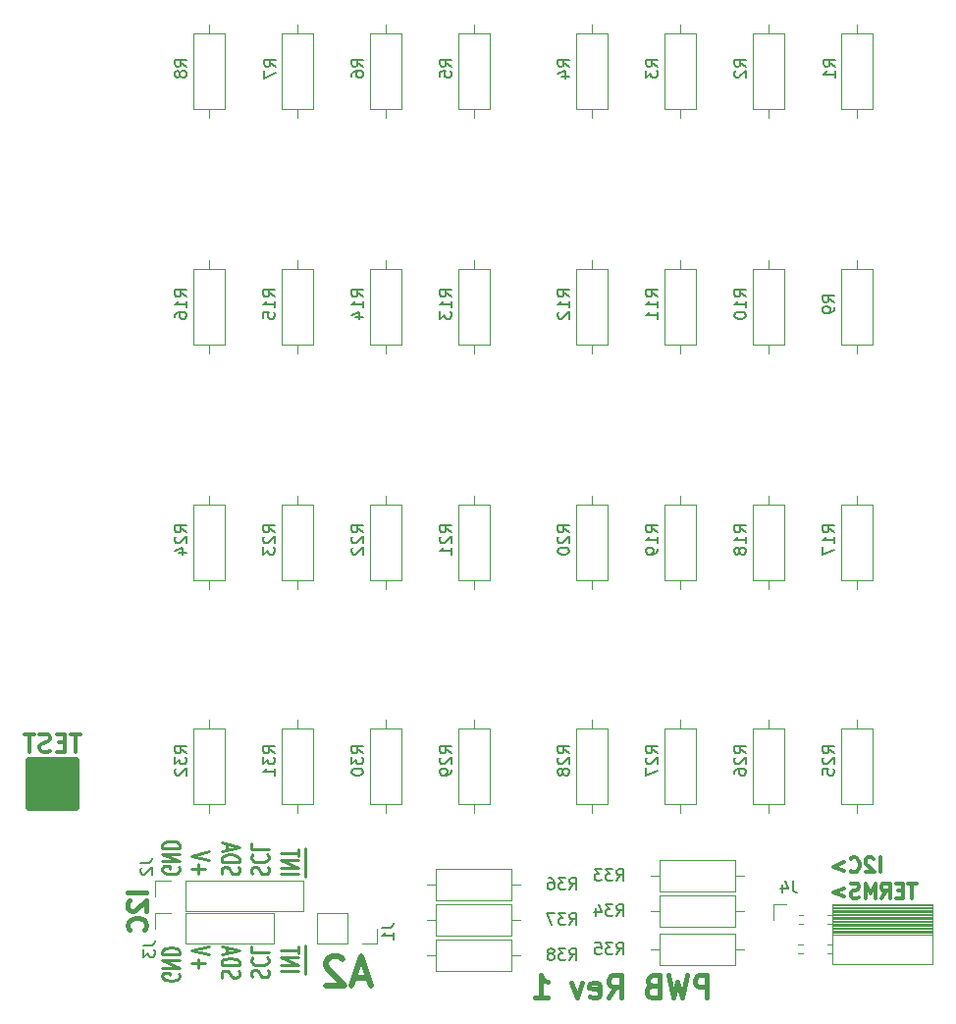
<source format=gbo>
G04 #@! TF.GenerationSoftware,KiCad,Pcbnew,(5.1.5)-3*
G04 #@! TF.CreationDate,2021-06-20T10:01:23-04:00*
G04 #@! TF.ProjectId,FrontPanel02,46726f6e-7450-4616-9e65-6c30322e6b69,X1*
G04 #@! TF.SameCoordinates,Original*
G04 #@! TF.FileFunction,Legend,Bot*
G04 #@! TF.FilePolarity,Positive*
%FSLAX46Y46*%
G04 Gerber Fmt 4.6, Leading zero omitted, Abs format (unit mm)*
G04 Created by KiCad (PCBNEW (5.1.5)-3) date 2021-06-20 10:01:23*
%MOMM*%
%LPD*%
G04 APERTURE LIST*
%ADD10C,0.266700*%
%ADD11C,0.317500*%
%ADD12C,0.508000*%
%ADD13C,0.381000*%
%ADD14C,0.396875*%
%ADD15C,0.120000*%
%ADD16C,0.650000*%
%ADD17C,0.150000*%
%ADD18C,0.304800*%
G04 APERTURE END LIST*
D10*
X38299390Y-93298645D02*
X38299390Y-92790645D01*
X36165971Y-93044645D02*
X37689971Y-93044645D01*
X38299390Y-92790645D02*
X38299390Y-91673045D01*
X36165971Y-92536645D02*
X37689971Y-92536645D01*
X36165971Y-91927045D01*
X37689971Y-91927045D01*
X38299390Y-91673045D02*
X38299390Y-90860245D01*
X37689971Y-91571445D02*
X37689971Y-90961845D01*
X36165971Y-91266645D02*
X37689971Y-91266645D01*
X33685842Y-93095445D02*
X33613271Y-92943045D01*
X33613271Y-92689045D01*
X33685842Y-92587445D01*
X33758414Y-92536645D01*
X33903557Y-92485845D01*
X34048700Y-92485845D01*
X34193842Y-92536645D01*
X34266414Y-92587445D01*
X34338985Y-92689045D01*
X34411557Y-92892245D01*
X34484128Y-92993845D01*
X34556700Y-93044645D01*
X34701842Y-93095445D01*
X34846985Y-93095445D01*
X34992128Y-93044645D01*
X35064700Y-92993845D01*
X35137271Y-92892245D01*
X35137271Y-92638245D01*
X35064700Y-92485845D01*
X33758414Y-91419045D02*
X33685842Y-91469845D01*
X33613271Y-91622245D01*
X33613271Y-91723845D01*
X33685842Y-91876245D01*
X33830985Y-91977845D01*
X33976128Y-92028645D01*
X34266414Y-92079445D01*
X34484128Y-92079445D01*
X34774414Y-92028645D01*
X34919557Y-91977845D01*
X35064700Y-91876245D01*
X35137271Y-91723845D01*
X35137271Y-91622245D01*
X35064700Y-91469845D01*
X34992128Y-91419045D01*
X33613271Y-90453845D02*
X33613271Y-90961845D01*
X35137271Y-90961845D01*
X31133142Y-93095445D02*
X31060571Y-92943045D01*
X31060571Y-92689045D01*
X31133142Y-92587445D01*
X31205714Y-92536645D01*
X31350857Y-92485845D01*
X31496000Y-92485845D01*
X31641142Y-92536645D01*
X31713714Y-92587445D01*
X31786285Y-92689045D01*
X31858857Y-92892245D01*
X31931428Y-92993845D01*
X32004000Y-93044645D01*
X32149142Y-93095445D01*
X32294285Y-93095445D01*
X32439428Y-93044645D01*
X32512000Y-92993845D01*
X32584571Y-92892245D01*
X32584571Y-92638245D01*
X32512000Y-92485845D01*
X31060571Y-92028645D02*
X32584571Y-92028645D01*
X32584571Y-91774645D01*
X32512000Y-91622245D01*
X32366857Y-91520645D01*
X32221714Y-91469845D01*
X31931428Y-91419045D01*
X31713714Y-91419045D01*
X31423428Y-91469845D01*
X31278285Y-91520645D01*
X31133142Y-91622245D01*
X31060571Y-91774645D01*
X31060571Y-92028645D01*
X31496000Y-91012645D02*
X31496000Y-90504645D01*
X31060571Y-91114245D02*
X32584571Y-90758645D01*
X31060571Y-90403045D01*
X29088442Y-93044645D02*
X29088442Y-92231845D01*
X28507871Y-92638245D02*
X29669014Y-92638245D01*
X30031871Y-91876245D02*
X28507871Y-91520645D01*
X30031871Y-91165045D01*
X27406600Y-92485845D02*
X27479171Y-92587445D01*
X27479171Y-92739845D01*
X27406600Y-92892245D01*
X27261457Y-92993845D01*
X27116314Y-93044645D01*
X26826028Y-93095445D01*
X26608314Y-93095445D01*
X26318028Y-93044645D01*
X26172885Y-92993845D01*
X26027742Y-92892245D01*
X25955171Y-92739845D01*
X25955171Y-92638245D01*
X26027742Y-92485845D01*
X26100314Y-92435045D01*
X26608314Y-92435045D01*
X26608314Y-92638245D01*
X25955171Y-91977845D02*
X27479171Y-91977845D01*
X25955171Y-91368245D01*
X27479171Y-91368245D01*
X25955171Y-90860245D02*
X27479171Y-90860245D01*
X27479171Y-90606245D01*
X27406600Y-90453845D01*
X27261457Y-90352245D01*
X27116314Y-90301445D01*
X26826028Y-90250645D01*
X26608314Y-90250645D01*
X26318028Y-90301445D01*
X26172885Y-90352245D01*
X26027742Y-90453845D01*
X25955171Y-90606245D01*
X25955171Y-90860245D01*
D11*
X87872660Y-92935273D02*
X87872660Y-91665273D01*
X87328375Y-91786226D02*
X87267898Y-91725750D01*
X87146946Y-91665273D01*
X86844565Y-91665273D01*
X86723613Y-91725750D01*
X86663136Y-91786226D01*
X86602660Y-91907178D01*
X86602660Y-92028130D01*
X86663136Y-92209559D01*
X87388851Y-92935273D01*
X86602660Y-92935273D01*
X85332660Y-92814321D02*
X85393136Y-92874797D01*
X85574565Y-92935273D01*
X85695517Y-92935273D01*
X85876946Y-92874797D01*
X85997898Y-92753845D01*
X86058375Y-92632892D01*
X86118851Y-92390988D01*
X86118851Y-92209559D01*
X86058375Y-91967654D01*
X85997898Y-91846702D01*
X85876946Y-91725750D01*
X85695517Y-91665273D01*
X85574565Y-91665273D01*
X85393136Y-91725750D01*
X85332660Y-91786226D01*
X84788375Y-92088607D02*
X83820755Y-92451464D01*
X84788375Y-92814321D01*
X91017422Y-93887773D02*
X90291708Y-93887773D01*
X90654565Y-95157773D02*
X90654565Y-93887773D01*
X89868375Y-94492535D02*
X89445041Y-94492535D01*
X89263613Y-95157773D02*
X89868375Y-95157773D01*
X89868375Y-93887773D01*
X89263613Y-93887773D01*
X87993613Y-95157773D02*
X88416946Y-94553011D01*
X88719327Y-95157773D02*
X88719327Y-93887773D01*
X88235517Y-93887773D01*
X88114565Y-93948250D01*
X88054089Y-94008726D01*
X87993613Y-94129678D01*
X87993613Y-94311107D01*
X88054089Y-94432059D01*
X88114565Y-94492535D01*
X88235517Y-94553011D01*
X88719327Y-94553011D01*
X87449327Y-95157773D02*
X87449327Y-93887773D01*
X87025994Y-94794916D01*
X86602660Y-93887773D01*
X86602660Y-95157773D01*
X86058375Y-95097297D02*
X85876946Y-95157773D01*
X85574565Y-95157773D01*
X85453613Y-95097297D01*
X85393136Y-95036821D01*
X85332660Y-94915869D01*
X85332660Y-94794916D01*
X85393136Y-94673964D01*
X85453613Y-94613488D01*
X85574565Y-94553011D01*
X85816470Y-94492535D01*
X85937422Y-94432059D01*
X85997898Y-94371583D01*
X86058375Y-94250630D01*
X86058375Y-94129678D01*
X85997898Y-94008726D01*
X85937422Y-93948250D01*
X85816470Y-93887773D01*
X85514089Y-93887773D01*
X85332660Y-93948250D01*
X84788375Y-94311107D02*
X83820755Y-94673964D01*
X84788375Y-95036821D01*
D12*
X43724285Y-102023333D02*
X42514761Y-102023333D01*
X43966190Y-102749047D02*
X43119523Y-100209047D01*
X42272857Y-102749047D01*
X41547142Y-100450952D02*
X41426190Y-100330000D01*
X41184285Y-100209047D01*
X40579523Y-100209047D01*
X40337619Y-100330000D01*
X40216666Y-100450952D01*
X40095714Y-100692857D01*
X40095714Y-100934761D01*
X40216666Y-101297619D01*
X41668095Y-102749047D01*
X40095714Y-102749047D01*
D13*
X72958778Y-103731785D02*
X72958778Y-101826785D01*
X72233064Y-101826785D01*
X72051635Y-101917500D01*
X71960921Y-102008214D01*
X71870207Y-102189642D01*
X71870207Y-102461785D01*
X71960921Y-102643214D01*
X72051635Y-102733928D01*
X72233064Y-102824642D01*
X72958778Y-102824642D01*
X71235207Y-101826785D02*
X70781635Y-103731785D01*
X70418778Y-102371071D01*
X70055921Y-103731785D01*
X69602350Y-101826785D01*
X68241635Y-102733928D02*
X67969492Y-102824642D01*
X67878778Y-102915357D01*
X67788064Y-103096785D01*
X67788064Y-103368928D01*
X67878778Y-103550357D01*
X67969492Y-103641071D01*
X68150921Y-103731785D01*
X68876635Y-103731785D01*
X68876635Y-101826785D01*
X68241635Y-101826785D01*
X68060207Y-101917500D01*
X67969492Y-102008214D01*
X67878778Y-102189642D01*
X67878778Y-102371071D01*
X67969492Y-102552500D01*
X68060207Y-102643214D01*
X68241635Y-102733928D01*
X68876635Y-102733928D01*
X64431635Y-103731785D02*
X65066635Y-102824642D01*
X65520207Y-103731785D02*
X65520207Y-101826785D01*
X64794492Y-101826785D01*
X64613064Y-101917500D01*
X64522350Y-102008214D01*
X64431635Y-102189642D01*
X64431635Y-102461785D01*
X64522350Y-102643214D01*
X64613064Y-102733928D01*
X64794492Y-102824642D01*
X65520207Y-102824642D01*
X62889492Y-103641071D02*
X63070921Y-103731785D01*
X63433778Y-103731785D01*
X63615207Y-103641071D01*
X63705921Y-103459642D01*
X63705921Y-102733928D01*
X63615207Y-102552500D01*
X63433778Y-102461785D01*
X63070921Y-102461785D01*
X62889492Y-102552500D01*
X62798778Y-102733928D01*
X62798778Y-102915357D01*
X63705921Y-103096785D01*
X62163778Y-102461785D02*
X61710207Y-103731785D01*
X61256635Y-102461785D01*
X58081635Y-103731785D02*
X59170207Y-103731785D01*
X58625921Y-103731785D02*
X58625921Y-101826785D01*
X58807350Y-102098928D01*
X58988778Y-102280357D01*
X59170207Y-102371071D01*
D14*
X24594154Y-94716297D02*
X23006654Y-94716297D01*
X23157845Y-95396654D02*
X23082250Y-95472250D01*
X23006654Y-95623440D01*
X23006654Y-96001416D01*
X23082250Y-96152607D01*
X23157845Y-96228202D01*
X23309035Y-96303797D01*
X23460226Y-96303797D01*
X23687011Y-96228202D01*
X24594154Y-95321059D01*
X24594154Y-96303797D01*
X24442964Y-97891297D02*
X24518559Y-97815702D01*
X24594154Y-97588916D01*
X24594154Y-97437726D01*
X24518559Y-97210940D01*
X24367369Y-97059750D01*
X24216178Y-96984154D01*
X23913797Y-96908559D01*
X23687011Y-96908559D01*
X23384630Y-96984154D01*
X23233440Y-97059750D01*
X23082250Y-97210940D01*
X23006654Y-97437726D01*
X23006654Y-97588916D01*
X23082250Y-97815702D01*
X23157845Y-97891297D01*
D10*
X38299390Y-101671755D02*
X38299390Y-101163755D01*
X36165971Y-101417755D02*
X37689971Y-101417755D01*
X38299390Y-101163755D02*
X38299390Y-100046155D01*
X36165971Y-100909755D02*
X37689971Y-100909755D01*
X36165971Y-100300155D01*
X37689971Y-100300155D01*
X38299390Y-100046155D02*
X38299390Y-99233355D01*
X37689971Y-99944555D02*
X37689971Y-99334955D01*
X36165971Y-99639755D02*
X37689971Y-99639755D01*
X33685842Y-101976555D02*
X33613271Y-101824155D01*
X33613271Y-101570155D01*
X33685842Y-101468555D01*
X33758414Y-101417755D01*
X33903557Y-101366955D01*
X34048700Y-101366955D01*
X34193842Y-101417755D01*
X34266414Y-101468555D01*
X34338985Y-101570155D01*
X34411557Y-101773355D01*
X34484128Y-101874955D01*
X34556700Y-101925755D01*
X34701842Y-101976555D01*
X34846985Y-101976555D01*
X34992128Y-101925755D01*
X35064700Y-101874955D01*
X35137271Y-101773355D01*
X35137271Y-101519355D01*
X35064700Y-101366955D01*
X33758414Y-100300155D02*
X33685842Y-100350955D01*
X33613271Y-100503355D01*
X33613271Y-100604955D01*
X33685842Y-100757355D01*
X33830985Y-100858955D01*
X33976128Y-100909755D01*
X34266414Y-100960555D01*
X34484128Y-100960555D01*
X34774414Y-100909755D01*
X34919557Y-100858955D01*
X35064700Y-100757355D01*
X35137271Y-100604955D01*
X35137271Y-100503355D01*
X35064700Y-100350955D01*
X34992128Y-100300155D01*
X33613271Y-99334955D02*
X33613271Y-99842955D01*
X35137271Y-99842955D01*
X31133142Y-102027355D02*
X31060571Y-101874955D01*
X31060571Y-101620955D01*
X31133142Y-101519355D01*
X31205714Y-101468555D01*
X31350857Y-101417755D01*
X31496000Y-101417755D01*
X31641142Y-101468555D01*
X31713714Y-101519355D01*
X31786285Y-101620955D01*
X31858857Y-101824155D01*
X31931428Y-101925755D01*
X32004000Y-101976555D01*
X32149142Y-102027355D01*
X32294285Y-102027355D01*
X32439428Y-101976555D01*
X32512000Y-101925755D01*
X32584571Y-101824155D01*
X32584571Y-101570155D01*
X32512000Y-101417755D01*
X31060571Y-100960555D02*
X32584571Y-100960555D01*
X32584571Y-100706555D01*
X32512000Y-100554155D01*
X32366857Y-100452555D01*
X32221714Y-100401755D01*
X31931428Y-100350955D01*
X31713714Y-100350955D01*
X31423428Y-100401755D01*
X31278285Y-100452555D01*
X31133142Y-100554155D01*
X31060571Y-100706555D01*
X31060571Y-100960555D01*
X31496000Y-99944555D02*
X31496000Y-99436555D01*
X31060571Y-100046155D02*
X32584571Y-99690555D01*
X31060571Y-99334955D01*
X29088442Y-101214555D02*
X29088442Y-100401755D01*
X28507871Y-100808155D02*
X29669014Y-100808155D01*
X30031871Y-100046155D02*
X28507871Y-99690555D01*
X30031871Y-99334955D01*
X27406600Y-101671755D02*
X27479171Y-101773355D01*
X27479171Y-101925755D01*
X27406600Y-102078155D01*
X27261457Y-102179755D01*
X27116314Y-102230555D01*
X26826028Y-102281355D01*
X26608314Y-102281355D01*
X26318028Y-102230555D01*
X26172885Y-102179755D01*
X26027742Y-102078155D01*
X25955171Y-101925755D01*
X25955171Y-101824155D01*
X26027742Y-101671755D01*
X26100314Y-101620955D01*
X26608314Y-101620955D01*
X26608314Y-101824155D01*
X25955171Y-101163755D02*
X27479171Y-101163755D01*
X25955171Y-100554155D01*
X27479171Y-100554155D01*
X25955171Y-100046155D02*
X27479171Y-100046155D01*
X27479171Y-99792155D01*
X27406600Y-99639755D01*
X27261457Y-99538155D01*
X27116314Y-99487355D01*
X26826028Y-99436555D01*
X26608314Y-99436555D01*
X26318028Y-99487355D01*
X26172885Y-99538155D01*
X26027742Y-99639755D01*
X25955171Y-99792155D01*
X25955171Y-100046155D01*
D15*
X69242000Y-20606000D02*
X71982000Y-20606000D01*
X71982000Y-20606000D02*
X71982000Y-27146000D01*
X71982000Y-27146000D02*
X69242000Y-27146000D01*
X69242000Y-27146000D02*
X69242000Y-20606000D01*
X70612000Y-19836000D02*
X70612000Y-20606000D01*
X70612000Y-27916000D02*
X70612000Y-27146000D01*
X62992000Y-27916000D02*
X62992000Y-27146000D01*
X62992000Y-19836000D02*
X62992000Y-20606000D01*
X61622000Y-27146000D02*
X61622000Y-20606000D01*
X64362000Y-27146000D02*
X61622000Y-27146000D01*
X64362000Y-20606000D02*
X64362000Y-27146000D01*
X61622000Y-20606000D02*
X64362000Y-20606000D01*
X37592000Y-27916000D02*
X37592000Y-27146000D01*
X37592000Y-19836000D02*
X37592000Y-20606000D01*
X36222000Y-27146000D02*
X36222000Y-20606000D01*
X38962000Y-27146000D02*
X36222000Y-27146000D01*
X38962000Y-20606000D02*
X38962000Y-27146000D01*
X36222000Y-20606000D02*
X38962000Y-20606000D01*
X28602000Y-20606000D02*
X31342000Y-20606000D01*
X31342000Y-20606000D02*
X31342000Y-27146000D01*
X31342000Y-27146000D02*
X28602000Y-27146000D01*
X28602000Y-27146000D02*
X28602000Y-20606000D01*
X29972000Y-19836000D02*
X29972000Y-20606000D01*
X29972000Y-27916000D02*
X29972000Y-27146000D01*
X84482000Y-40926000D02*
X87222000Y-40926000D01*
X87222000Y-40926000D02*
X87222000Y-47466000D01*
X87222000Y-47466000D02*
X84482000Y-47466000D01*
X84482000Y-47466000D02*
X84482000Y-40926000D01*
X85852000Y-40156000D02*
X85852000Y-40926000D01*
X85852000Y-48236000D02*
X85852000Y-47466000D01*
X39310000Y-99120000D02*
X39310000Y-96460000D01*
X41910000Y-99120000D02*
X39310000Y-99120000D01*
X41910000Y-96460000D02*
X39310000Y-96460000D01*
X41910000Y-99120000D02*
X41910000Y-96460000D01*
X43180000Y-99120000D02*
X44510000Y-99120000D01*
X44510000Y-99120000D02*
X44510000Y-97790000D01*
X35620000Y-96460000D02*
X35620000Y-99120000D01*
X27940000Y-96460000D02*
X35620000Y-96460000D01*
X27940000Y-99120000D02*
X35620000Y-99120000D01*
X27940000Y-96460000D02*
X27940000Y-99120000D01*
X26670000Y-96460000D02*
X25340000Y-96460000D01*
X25340000Y-96460000D02*
X25340000Y-97790000D01*
X38160000Y-93666000D02*
X38160000Y-96326000D01*
X27940000Y-93666000D02*
X38160000Y-93666000D01*
X27940000Y-96326000D02*
X38160000Y-96326000D01*
X27940000Y-93666000D02*
X27940000Y-96326000D01*
X26670000Y-93666000D02*
X25340000Y-93666000D01*
X25340000Y-93666000D02*
X25340000Y-94996000D01*
D16*
X14510000Y-83344000D02*
X18510000Y-83344000D01*
X18510000Y-83344000D02*
X18510000Y-87344000D01*
X18510000Y-87344000D02*
X14510000Y-87344000D01*
X14510000Y-87344000D02*
X14510000Y-83344000D01*
X14510000Y-83344000D02*
X14510000Y-83844000D01*
X14510000Y-83844000D02*
X18510000Y-83844000D01*
X18510000Y-83844000D02*
X18510000Y-84344000D01*
X18510000Y-84344000D02*
X14510000Y-84344000D01*
X14510000Y-84344000D02*
X14510000Y-84844000D01*
X14510000Y-84844000D02*
X18510000Y-84844000D01*
X18510000Y-84844000D02*
X18510000Y-85344000D01*
X18510000Y-85344000D02*
X14510000Y-85344000D01*
X14510000Y-85344000D02*
X14510000Y-85844000D01*
X14510000Y-85844000D02*
X18010000Y-85844000D01*
X18010000Y-85844000D02*
X18510000Y-85844000D01*
X18510000Y-85844000D02*
X18510000Y-86344000D01*
X18510000Y-86344000D02*
X14510000Y-86344000D01*
X14510000Y-86344000D02*
X14510000Y-86844000D01*
X14510000Y-86844000D02*
X18510000Y-86844000D01*
D15*
X75406000Y-94896000D02*
X75406000Y-97636000D01*
X75406000Y-97636000D02*
X68866000Y-97636000D01*
X68866000Y-97636000D02*
X68866000Y-94896000D01*
X68866000Y-94896000D02*
X75406000Y-94896000D01*
X76176000Y-96266000D02*
X75406000Y-96266000D01*
X68096000Y-96266000D02*
X68866000Y-96266000D01*
X68096000Y-99568000D02*
X68866000Y-99568000D01*
X76176000Y-99568000D02*
X75406000Y-99568000D01*
X68866000Y-98198000D02*
X75406000Y-98198000D01*
X68866000Y-100938000D02*
X68866000Y-98198000D01*
X75406000Y-100938000D02*
X68866000Y-100938000D01*
X75406000Y-98198000D02*
X75406000Y-100938000D01*
X56102000Y-92610000D02*
X56102000Y-95350000D01*
X56102000Y-95350000D02*
X49562000Y-95350000D01*
X49562000Y-95350000D02*
X49562000Y-92610000D01*
X49562000Y-92610000D02*
X56102000Y-92610000D01*
X56872000Y-93980000D02*
X56102000Y-93980000D01*
X48792000Y-93980000D02*
X49562000Y-93980000D01*
X68866000Y-94588000D02*
X68866000Y-91848000D01*
X68866000Y-91848000D02*
X75406000Y-91848000D01*
X75406000Y-91848000D02*
X75406000Y-94588000D01*
X75406000Y-94588000D02*
X68866000Y-94588000D01*
X68096000Y-93218000D02*
X68866000Y-93218000D01*
X76176000Y-93218000D02*
X75406000Y-93218000D01*
X28602000Y-80550000D02*
X31342000Y-80550000D01*
X31342000Y-80550000D02*
X31342000Y-87090000D01*
X31342000Y-87090000D02*
X28602000Y-87090000D01*
X28602000Y-87090000D02*
X28602000Y-80550000D01*
X29972000Y-79780000D02*
X29972000Y-80550000D01*
X29972000Y-87860000D02*
X29972000Y-87090000D01*
X56872000Y-97028000D02*
X56102000Y-97028000D01*
X48792000Y-97028000D02*
X49562000Y-97028000D01*
X56102000Y-98398000D02*
X49562000Y-98398000D01*
X56102000Y-95658000D02*
X56102000Y-98398000D01*
X49562000Y-95658000D02*
X56102000Y-95658000D01*
X49562000Y-98398000D02*
X49562000Y-95658000D01*
X56102000Y-98706000D02*
X56102000Y-101446000D01*
X56102000Y-101446000D02*
X49562000Y-101446000D01*
X49562000Y-101446000D02*
X49562000Y-98706000D01*
X49562000Y-98706000D02*
X56102000Y-98706000D01*
X56872000Y-100076000D02*
X56102000Y-100076000D01*
X48792000Y-100076000D02*
X49562000Y-100076000D01*
X36222000Y-80550000D02*
X38962000Y-80550000D01*
X38962000Y-80550000D02*
X38962000Y-87090000D01*
X38962000Y-87090000D02*
X36222000Y-87090000D01*
X36222000Y-87090000D02*
X36222000Y-80550000D01*
X37592000Y-79780000D02*
X37592000Y-80550000D01*
X37592000Y-87860000D02*
X37592000Y-87090000D01*
X45212000Y-87860000D02*
X45212000Y-87090000D01*
X45212000Y-79780000D02*
X45212000Y-80550000D01*
X43842000Y-87090000D02*
X43842000Y-80550000D01*
X46582000Y-87090000D02*
X43842000Y-87090000D01*
X46582000Y-80550000D02*
X46582000Y-87090000D01*
X43842000Y-80550000D02*
X46582000Y-80550000D01*
X52832000Y-87860000D02*
X52832000Y-87090000D01*
X52832000Y-79780000D02*
X52832000Y-80550000D01*
X51462000Y-87090000D02*
X51462000Y-80550000D01*
X54202000Y-87090000D02*
X51462000Y-87090000D01*
X54202000Y-80550000D02*
X54202000Y-87090000D01*
X51462000Y-80550000D02*
X54202000Y-80550000D01*
X62992000Y-87860000D02*
X62992000Y-87090000D01*
X62992000Y-79780000D02*
X62992000Y-80550000D01*
X61622000Y-87090000D02*
X61622000Y-80550000D01*
X64362000Y-87090000D02*
X61622000Y-87090000D01*
X64362000Y-80550000D02*
X64362000Y-87090000D01*
X61622000Y-80550000D02*
X64362000Y-80550000D01*
X69242000Y-80550000D02*
X71982000Y-80550000D01*
X71982000Y-80550000D02*
X71982000Y-87090000D01*
X71982000Y-87090000D02*
X69242000Y-87090000D01*
X69242000Y-87090000D02*
X69242000Y-80550000D01*
X70612000Y-79780000D02*
X70612000Y-80550000D01*
X70612000Y-87860000D02*
X70612000Y-87090000D01*
X78232000Y-87860000D02*
X78232000Y-87090000D01*
X78232000Y-79780000D02*
X78232000Y-80550000D01*
X76862000Y-87090000D02*
X76862000Y-80550000D01*
X79602000Y-87090000D02*
X76862000Y-87090000D01*
X79602000Y-80550000D02*
X79602000Y-87090000D01*
X76862000Y-80550000D02*
X79602000Y-80550000D01*
X85852000Y-87860000D02*
X85852000Y-87090000D01*
X85852000Y-79780000D02*
X85852000Y-80550000D01*
X84482000Y-87090000D02*
X84482000Y-80550000D01*
X87222000Y-87090000D02*
X84482000Y-87090000D01*
X87222000Y-80550000D02*
X87222000Y-87090000D01*
X84482000Y-80550000D02*
X87222000Y-80550000D01*
X29972000Y-68556000D02*
X29972000Y-67786000D01*
X29972000Y-60476000D02*
X29972000Y-61246000D01*
X28602000Y-67786000D02*
X28602000Y-61246000D01*
X31342000Y-67786000D02*
X28602000Y-67786000D01*
X31342000Y-61246000D02*
X31342000Y-67786000D01*
X28602000Y-61246000D02*
X31342000Y-61246000D01*
X37592000Y-68556000D02*
X37592000Y-67786000D01*
X37592000Y-60476000D02*
X37592000Y-61246000D01*
X36222000Y-67786000D02*
X36222000Y-61246000D01*
X38962000Y-67786000D02*
X36222000Y-67786000D01*
X38962000Y-61246000D02*
X38962000Y-67786000D01*
X36222000Y-61246000D02*
X38962000Y-61246000D01*
X43842000Y-61246000D02*
X46582000Y-61246000D01*
X46582000Y-61246000D02*
X46582000Y-67786000D01*
X46582000Y-67786000D02*
X43842000Y-67786000D01*
X43842000Y-67786000D02*
X43842000Y-61246000D01*
X45212000Y-60476000D02*
X45212000Y-61246000D01*
X45212000Y-68556000D02*
X45212000Y-67786000D01*
X51462000Y-61246000D02*
X54202000Y-61246000D01*
X54202000Y-61246000D02*
X54202000Y-67786000D01*
X54202000Y-67786000D02*
X51462000Y-67786000D01*
X51462000Y-67786000D02*
X51462000Y-61246000D01*
X52832000Y-60476000D02*
X52832000Y-61246000D01*
X52832000Y-68556000D02*
X52832000Y-67786000D01*
X62992000Y-68556000D02*
X62992000Y-67786000D01*
X62992000Y-60476000D02*
X62992000Y-61246000D01*
X61622000Y-67786000D02*
X61622000Y-61246000D01*
X64362000Y-67786000D02*
X61622000Y-67786000D01*
X64362000Y-61246000D02*
X64362000Y-67786000D01*
X61622000Y-61246000D02*
X64362000Y-61246000D01*
X70612000Y-68556000D02*
X70612000Y-67786000D01*
X70612000Y-60476000D02*
X70612000Y-61246000D01*
X69242000Y-67786000D02*
X69242000Y-61246000D01*
X71982000Y-67786000D02*
X69242000Y-67786000D01*
X71982000Y-61246000D02*
X71982000Y-67786000D01*
X69242000Y-61246000D02*
X71982000Y-61246000D01*
X76862000Y-61246000D02*
X79602000Y-61246000D01*
X79602000Y-61246000D02*
X79602000Y-67786000D01*
X79602000Y-67786000D02*
X76862000Y-67786000D01*
X76862000Y-67786000D02*
X76862000Y-61246000D01*
X78232000Y-60476000D02*
X78232000Y-61246000D01*
X78232000Y-68556000D02*
X78232000Y-67786000D01*
X84482000Y-61246000D02*
X87222000Y-61246000D01*
X87222000Y-61246000D02*
X87222000Y-67786000D01*
X87222000Y-67786000D02*
X84482000Y-67786000D01*
X84482000Y-67786000D02*
X84482000Y-61246000D01*
X85852000Y-60476000D02*
X85852000Y-61246000D01*
X85852000Y-68556000D02*
X85852000Y-67786000D01*
X29972000Y-48236000D02*
X29972000Y-47466000D01*
X29972000Y-40156000D02*
X29972000Y-40926000D01*
X28602000Y-47466000D02*
X28602000Y-40926000D01*
X31342000Y-47466000D02*
X28602000Y-47466000D01*
X31342000Y-40926000D02*
X31342000Y-47466000D01*
X28602000Y-40926000D02*
X31342000Y-40926000D01*
X37592000Y-48236000D02*
X37592000Y-47466000D01*
X37592000Y-40156000D02*
X37592000Y-40926000D01*
X36222000Y-47466000D02*
X36222000Y-40926000D01*
X38962000Y-47466000D02*
X36222000Y-47466000D01*
X38962000Y-40926000D02*
X38962000Y-47466000D01*
X36222000Y-40926000D02*
X38962000Y-40926000D01*
X43842000Y-40926000D02*
X46582000Y-40926000D01*
X46582000Y-40926000D02*
X46582000Y-47466000D01*
X46582000Y-47466000D02*
X43842000Y-47466000D01*
X43842000Y-47466000D02*
X43842000Y-40926000D01*
X45212000Y-40156000D02*
X45212000Y-40926000D01*
X45212000Y-48236000D02*
X45212000Y-47466000D01*
X51462000Y-40926000D02*
X54202000Y-40926000D01*
X54202000Y-40926000D02*
X54202000Y-47466000D01*
X54202000Y-47466000D02*
X51462000Y-47466000D01*
X51462000Y-47466000D02*
X51462000Y-40926000D01*
X52832000Y-40156000D02*
X52832000Y-40926000D01*
X52832000Y-48236000D02*
X52832000Y-47466000D01*
X62992000Y-48236000D02*
X62992000Y-47466000D01*
X62992000Y-40156000D02*
X62992000Y-40926000D01*
X61622000Y-47466000D02*
X61622000Y-40926000D01*
X64362000Y-47466000D02*
X61622000Y-47466000D01*
X64362000Y-40926000D02*
X64362000Y-47466000D01*
X61622000Y-40926000D02*
X64362000Y-40926000D01*
X70612000Y-48236000D02*
X70612000Y-47466000D01*
X70612000Y-40156000D02*
X70612000Y-40926000D01*
X69242000Y-47466000D02*
X69242000Y-40926000D01*
X71982000Y-47466000D02*
X69242000Y-47466000D01*
X71982000Y-40926000D02*
X71982000Y-47466000D01*
X69242000Y-40926000D02*
X71982000Y-40926000D01*
X76862000Y-40926000D02*
X79602000Y-40926000D01*
X79602000Y-40926000D02*
X79602000Y-47466000D01*
X79602000Y-47466000D02*
X76862000Y-47466000D01*
X76862000Y-47466000D02*
X76862000Y-40926000D01*
X78232000Y-40156000D02*
X78232000Y-40926000D01*
X78232000Y-48236000D02*
X78232000Y-47466000D01*
X45212000Y-27916000D02*
X45212000Y-27146000D01*
X45212000Y-19836000D02*
X45212000Y-20606000D01*
X43842000Y-27146000D02*
X43842000Y-20606000D01*
X46582000Y-27146000D02*
X43842000Y-27146000D01*
X46582000Y-20606000D02*
X46582000Y-27146000D01*
X43842000Y-20606000D02*
X46582000Y-20606000D01*
X51462000Y-20606000D02*
X54202000Y-20606000D01*
X54202000Y-20606000D02*
X54202000Y-27146000D01*
X54202000Y-27146000D02*
X51462000Y-27146000D01*
X51462000Y-27146000D02*
X51462000Y-20606000D01*
X52832000Y-19836000D02*
X52832000Y-20606000D01*
X52832000Y-27916000D02*
X52832000Y-27146000D01*
X78232000Y-27916000D02*
X78232000Y-27146000D01*
X78232000Y-19836000D02*
X78232000Y-20606000D01*
X76862000Y-27146000D02*
X76862000Y-20606000D01*
X79602000Y-27146000D02*
X76862000Y-27146000D01*
X79602000Y-20606000D02*
X79602000Y-27146000D01*
X76862000Y-20606000D02*
X79602000Y-20606000D01*
X84482000Y-20606000D02*
X87222000Y-20606000D01*
X87222000Y-20606000D02*
X87222000Y-27146000D01*
X87222000Y-27146000D02*
X84482000Y-27146000D01*
X84482000Y-27146000D02*
X84482000Y-20606000D01*
X85852000Y-19836000D02*
X85852000Y-20606000D01*
X85852000Y-27916000D02*
X85852000Y-27146000D01*
X92386000Y-95818000D02*
X83756000Y-95818000D01*
X92386000Y-95936095D02*
X83756000Y-95936095D01*
X92386000Y-96054190D02*
X83756000Y-96054190D01*
X92386000Y-96172285D02*
X83756000Y-96172285D01*
X92386000Y-96290380D02*
X83756000Y-96290380D01*
X92386000Y-96408475D02*
X83756000Y-96408475D01*
X92386000Y-96526570D02*
X83756000Y-96526570D01*
X92386000Y-96644665D02*
X83756000Y-96644665D01*
X92386000Y-96762760D02*
X83756000Y-96762760D01*
X92386000Y-96880855D02*
X83756000Y-96880855D01*
X92386000Y-96998950D02*
X83756000Y-96998950D01*
X92386000Y-97117045D02*
X83756000Y-97117045D01*
X92386000Y-97235140D02*
X83756000Y-97235140D01*
X92386000Y-97353235D02*
X83756000Y-97353235D01*
X92386000Y-97471330D02*
X83756000Y-97471330D01*
X92386000Y-97589425D02*
X83756000Y-97589425D01*
X92386000Y-97707520D02*
X83756000Y-97707520D01*
X92386000Y-97825615D02*
X83756000Y-97825615D01*
X92386000Y-97943710D02*
X83756000Y-97943710D01*
X92386000Y-98061805D02*
X83756000Y-98061805D01*
X92386000Y-98179900D02*
X83756000Y-98179900D01*
X83756000Y-96668000D02*
X83346000Y-96668000D01*
X81246000Y-96668000D02*
X80866000Y-96668000D01*
X83756000Y-97388000D02*
X83346000Y-97388000D01*
X81246000Y-97388000D02*
X80866000Y-97388000D01*
X83756000Y-99208000D02*
X83346000Y-99208000D01*
X81246000Y-99208000D02*
X80806000Y-99208000D01*
X83756000Y-99928000D02*
X83346000Y-99928000D01*
X81246000Y-99928000D02*
X80806000Y-99928000D01*
X92386000Y-98298000D02*
X83756000Y-98298000D01*
X92386000Y-95698000D02*
X83756000Y-95698000D01*
X83756000Y-95698000D02*
X83756000Y-100898000D01*
X92386000Y-100898000D02*
X83756000Y-100898000D01*
X92386000Y-95698000D02*
X92386000Y-100898000D01*
X78646000Y-95698000D02*
X78646000Y-97028000D01*
X79756000Y-95698000D02*
X78646000Y-95698000D01*
D17*
X68694380Y-23455333D02*
X68218190Y-23122000D01*
X68694380Y-22883904D02*
X67694380Y-22883904D01*
X67694380Y-23264857D01*
X67742000Y-23360095D01*
X67789619Y-23407714D01*
X67884857Y-23455333D01*
X68027714Y-23455333D01*
X68122952Y-23407714D01*
X68170571Y-23360095D01*
X68218190Y-23264857D01*
X68218190Y-22883904D01*
X67694380Y-23788666D02*
X67694380Y-24407714D01*
X68075333Y-24074380D01*
X68075333Y-24217238D01*
X68122952Y-24312476D01*
X68170571Y-24360095D01*
X68265809Y-24407714D01*
X68503904Y-24407714D01*
X68599142Y-24360095D01*
X68646761Y-24312476D01*
X68694380Y-24217238D01*
X68694380Y-23931523D01*
X68646761Y-23836285D01*
X68599142Y-23788666D01*
X61074380Y-23455333D02*
X60598190Y-23122000D01*
X61074380Y-22883904D02*
X60074380Y-22883904D01*
X60074380Y-23264857D01*
X60122000Y-23360095D01*
X60169619Y-23407714D01*
X60264857Y-23455333D01*
X60407714Y-23455333D01*
X60502952Y-23407714D01*
X60550571Y-23360095D01*
X60598190Y-23264857D01*
X60598190Y-22883904D01*
X60407714Y-24312476D02*
X61074380Y-24312476D01*
X60026761Y-24074380D02*
X60741047Y-23836285D01*
X60741047Y-24455333D01*
X35758380Y-23455333D02*
X35282190Y-23122000D01*
X35758380Y-22883904D02*
X34758380Y-22883904D01*
X34758380Y-23264857D01*
X34806000Y-23360095D01*
X34853619Y-23407714D01*
X34948857Y-23455333D01*
X35091714Y-23455333D01*
X35186952Y-23407714D01*
X35234571Y-23360095D01*
X35282190Y-23264857D01*
X35282190Y-22883904D01*
X34758380Y-23788666D02*
X34758380Y-24455333D01*
X35758380Y-24026761D01*
X28054380Y-23455333D02*
X27578190Y-23122000D01*
X28054380Y-22883904D02*
X27054380Y-22883904D01*
X27054380Y-23264857D01*
X27102000Y-23360095D01*
X27149619Y-23407714D01*
X27244857Y-23455333D01*
X27387714Y-23455333D01*
X27482952Y-23407714D01*
X27530571Y-23360095D01*
X27578190Y-23264857D01*
X27578190Y-22883904D01*
X27482952Y-24026761D02*
X27435333Y-23931523D01*
X27387714Y-23883904D01*
X27292476Y-23836285D01*
X27244857Y-23836285D01*
X27149619Y-23883904D01*
X27102000Y-23931523D01*
X27054380Y-24026761D01*
X27054380Y-24217238D01*
X27102000Y-24312476D01*
X27149619Y-24360095D01*
X27244857Y-24407714D01*
X27292476Y-24407714D01*
X27387714Y-24360095D01*
X27435333Y-24312476D01*
X27482952Y-24217238D01*
X27482952Y-24026761D01*
X27530571Y-23931523D01*
X27578190Y-23883904D01*
X27673428Y-23836285D01*
X27863904Y-23836285D01*
X27959142Y-23883904D01*
X28006761Y-23931523D01*
X28054380Y-24026761D01*
X28054380Y-24217238D01*
X28006761Y-24312476D01*
X27959142Y-24360095D01*
X27863904Y-24407714D01*
X27673428Y-24407714D01*
X27578190Y-24360095D01*
X27530571Y-24312476D01*
X27482952Y-24217238D01*
X83934380Y-43775333D02*
X83458190Y-43442000D01*
X83934380Y-43203904D02*
X82934380Y-43203904D01*
X82934380Y-43584857D01*
X82982000Y-43680095D01*
X83029619Y-43727714D01*
X83124857Y-43775333D01*
X83267714Y-43775333D01*
X83362952Y-43727714D01*
X83410571Y-43680095D01*
X83458190Y-43584857D01*
X83458190Y-43203904D01*
X83934380Y-44251523D02*
X83934380Y-44442000D01*
X83886761Y-44537238D01*
X83839142Y-44584857D01*
X83696285Y-44680095D01*
X83505809Y-44727714D01*
X83124857Y-44727714D01*
X83029619Y-44680095D01*
X82982000Y-44632476D01*
X82934380Y-44537238D01*
X82934380Y-44346761D01*
X82982000Y-44251523D01*
X83029619Y-44203904D01*
X83124857Y-44156285D01*
X83362952Y-44156285D01*
X83458190Y-44203904D01*
X83505809Y-44251523D01*
X83553428Y-44346761D01*
X83553428Y-44537238D01*
X83505809Y-44632476D01*
X83458190Y-44680095D01*
X83362952Y-44727714D01*
X44918380Y-97710666D02*
X45632666Y-97710666D01*
X45775523Y-97663047D01*
X45870761Y-97567809D01*
X45918380Y-97424952D01*
X45918380Y-97329714D01*
X45918380Y-98710666D02*
X45918380Y-98139238D01*
X45918380Y-98424952D02*
X44918380Y-98424952D01*
X45061238Y-98329714D01*
X45156476Y-98234476D01*
X45204095Y-98139238D01*
X24344380Y-99234666D02*
X25058666Y-99234666D01*
X25201523Y-99187047D01*
X25296761Y-99091809D01*
X25344380Y-98948952D01*
X25344380Y-98853714D01*
X24344380Y-99615619D02*
X24344380Y-100234666D01*
X24725333Y-99901333D01*
X24725333Y-100044190D01*
X24772952Y-100139428D01*
X24820571Y-100187047D01*
X24915809Y-100234666D01*
X25153904Y-100234666D01*
X25249142Y-100187047D01*
X25296761Y-100139428D01*
X25344380Y-100044190D01*
X25344380Y-99758476D01*
X25296761Y-99663238D01*
X25249142Y-99615619D01*
X24090380Y-92122666D02*
X24804666Y-92122666D01*
X24947523Y-92075047D01*
X25042761Y-91979809D01*
X25090380Y-91836952D01*
X25090380Y-91741714D01*
X24185619Y-92551238D02*
X24138000Y-92598857D01*
X24090380Y-92694095D01*
X24090380Y-92932190D01*
X24138000Y-93027428D01*
X24185619Y-93075047D01*
X24280857Y-93122666D01*
X24376095Y-93122666D01*
X24518952Y-93075047D01*
X25090380Y-92503619D01*
X25090380Y-93122666D01*
D18*
X18941142Y-81009428D02*
X18070285Y-81009428D01*
X18505714Y-82533428D02*
X18505714Y-81009428D01*
X17562285Y-81735142D02*
X17054285Y-81735142D01*
X16836571Y-82533428D02*
X17562285Y-82533428D01*
X17562285Y-81009428D01*
X16836571Y-81009428D01*
X16256000Y-82460857D02*
X16038285Y-82533428D01*
X15675428Y-82533428D01*
X15530285Y-82460857D01*
X15457714Y-82388285D01*
X15385142Y-82243142D01*
X15385142Y-82098000D01*
X15457714Y-81952857D01*
X15530285Y-81880285D01*
X15675428Y-81807714D01*
X15965714Y-81735142D01*
X16110857Y-81662571D01*
X16183428Y-81590000D01*
X16256000Y-81444857D01*
X16256000Y-81299714D01*
X16183428Y-81154571D01*
X16110857Y-81082000D01*
X15965714Y-81009428D01*
X15602857Y-81009428D01*
X15385142Y-81082000D01*
X14949714Y-81009428D02*
X14078857Y-81009428D01*
X14514285Y-82533428D02*
X14514285Y-81009428D01*
D17*
X65158857Y-96718380D02*
X65492190Y-96242190D01*
X65730285Y-96718380D02*
X65730285Y-95718380D01*
X65349333Y-95718380D01*
X65254095Y-95766000D01*
X65206476Y-95813619D01*
X65158857Y-95908857D01*
X65158857Y-96051714D01*
X65206476Y-96146952D01*
X65254095Y-96194571D01*
X65349333Y-96242190D01*
X65730285Y-96242190D01*
X64825523Y-95718380D02*
X64206476Y-95718380D01*
X64539809Y-96099333D01*
X64396952Y-96099333D01*
X64301714Y-96146952D01*
X64254095Y-96194571D01*
X64206476Y-96289809D01*
X64206476Y-96527904D01*
X64254095Y-96623142D01*
X64301714Y-96670761D01*
X64396952Y-96718380D01*
X64682666Y-96718380D01*
X64777904Y-96670761D01*
X64825523Y-96623142D01*
X63349333Y-96051714D02*
X63349333Y-96718380D01*
X63587428Y-95670761D02*
X63825523Y-96385047D01*
X63206476Y-96385047D01*
X65158857Y-100020380D02*
X65492190Y-99544190D01*
X65730285Y-100020380D02*
X65730285Y-99020380D01*
X65349333Y-99020380D01*
X65254095Y-99068000D01*
X65206476Y-99115619D01*
X65158857Y-99210857D01*
X65158857Y-99353714D01*
X65206476Y-99448952D01*
X65254095Y-99496571D01*
X65349333Y-99544190D01*
X65730285Y-99544190D01*
X64825523Y-99020380D02*
X64206476Y-99020380D01*
X64539809Y-99401333D01*
X64396952Y-99401333D01*
X64301714Y-99448952D01*
X64254095Y-99496571D01*
X64206476Y-99591809D01*
X64206476Y-99829904D01*
X64254095Y-99925142D01*
X64301714Y-99972761D01*
X64396952Y-100020380D01*
X64682666Y-100020380D01*
X64777904Y-99972761D01*
X64825523Y-99925142D01*
X63301714Y-99020380D02*
X63777904Y-99020380D01*
X63825523Y-99496571D01*
X63777904Y-99448952D01*
X63682666Y-99401333D01*
X63444571Y-99401333D01*
X63349333Y-99448952D01*
X63301714Y-99496571D01*
X63254095Y-99591809D01*
X63254095Y-99829904D01*
X63301714Y-99925142D01*
X63349333Y-99972761D01*
X63444571Y-100020380D01*
X63682666Y-100020380D01*
X63777904Y-99972761D01*
X63825523Y-99925142D01*
X61094857Y-94432380D02*
X61428190Y-93956190D01*
X61666285Y-94432380D02*
X61666285Y-93432380D01*
X61285333Y-93432380D01*
X61190095Y-93480000D01*
X61142476Y-93527619D01*
X61094857Y-93622857D01*
X61094857Y-93765714D01*
X61142476Y-93860952D01*
X61190095Y-93908571D01*
X61285333Y-93956190D01*
X61666285Y-93956190D01*
X60761523Y-93432380D02*
X60142476Y-93432380D01*
X60475809Y-93813333D01*
X60332952Y-93813333D01*
X60237714Y-93860952D01*
X60190095Y-93908571D01*
X60142476Y-94003809D01*
X60142476Y-94241904D01*
X60190095Y-94337142D01*
X60237714Y-94384761D01*
X60332952Y-94432380D01*
X60618666Y-94432380D01*
X60713904Y-94384761D01*
X60761523Y-94337142D01*
X59285333Y-93432380D02*
X59475809Y-93432380D01*
X59571047Y-93480000D01*
X59618666Y-93527619D01*
X59713904Y-93670476D01*
X59761523Y-93860952D01*
X59761523Y-94241904D01*
X59713904Y-94337142D01*
X59666285Y-94384761D01*
X59571047Y-94432380D01*
X59380571Y-94432380D01*
X59285333Y-94384761D01*
X59237714Y-94337142D01*
X59190095Y-94241904D01*
X59190095Y-94003809D01*
X59237714Y-93908571D01*
X59285333Y-93860952D01*
X59380571Y-93813333D01*
X59571047Y-93813333D01*
X59666285Y-93860952D01*
X59713904Y-93908571D01*
X59761523Y-94003809D01*
X65158857Y-93670380D02*
X65492190Y-93194190D01*
X65730285Y-93670380D02*
X65730285Y-92670380D01*
X65349333Y-92670380D01*
X65254095Y-92718000D01*
X65206476Y-92765619D01*
X65158857Y-92860857D01*
X65158857Y-93003714D01*
X65206476Y-93098952D01*
X65254095Y-93146571D01*
X65349333Y-93194190D01*
X65730285Y-93194190D01*
X64825523Y-92670380D02*
X64206476Y-92670380D01*
X64539809Y-93051333D01*
X64396952Y-93051333D01*
X64301714Y-93098952D01*
X64254095Y-93146571D01*
X64206476Y-93241809D01*
X64206476Y-93479904D01*
X64254095Y-93575142D01*
X64301714Y-93622761D01*
X64396952Y-93670380D01*
X64682666Y-93670380D01*
X64777904Y-93622761D01*
X64825523Y-93575142D01*
X63873142Y-92670380D02*
X63254095Y-92670380D01*
X63587428Y-93051333D01*
X63444571Y-93051333D01*
X63349333Y-93098952D01*
X63301714Y-93146571D01*
X63254095Y-93241809D01*
X63254095Y-93479904D01*
X63301714Y-93575142D01*
X63349333Y-93622761D01*
X63444571Y-93670380D01*
X63730285Y-93670380D01*
X63825523Y-93622761D01*
X63873142Y-93575142D01*
X28054380Y-82669142D02*
X27578190Y-82335809D01*
X28054380Y-82097714D02*
X27054380Y-82097714D01*
X27054380Y-82478666D01*
X27102000Y-82573904D01*
X27149619Y-82621523D01*
X27244857Y-82669142D01*
X27387714Y-82669142D01*
X27482952Y-82621523D01*
X27530571Y-82573904D01*
X27578190Y-82478666D01*
X27578190Y-82097714D01*
X27054380Y-83002476D02*
X27054380Y-83621523D01*
X27435333Y-83288190D01*
X27435333Y-83431047D01*
X27482952Y-83526285D01*
X27530571Y-83573904D01*
X27625809Y-83621523D01*
X27863904Y-83621523D01*
X27959142Y-83573904D01*
X28006761Y-83526285D01*
X28054380Y-83431047D01*
X28054380Y-83145333D01*
X28006761Y-83050095D01*
X27959142Y-83002476D01*
X27149619Y-84002476D02*
X27102000Y-84050095D01*
X27054380Y-84145333D01*
X27054380Y-84383428D01*
X27102000Y-84478666D01*
X27149619Y-84526285D01*
X27244857Y-84573904D01*
X27340095Y-84573904D01*
X27482952Y-84526285D01*
X28054380Y-83954857D01*
X28054380Y-84573904D01*
X61094857Y-97480380D02*
X61428190Y-97004190D01*
X61666285Y-97480380D02*
X61666285Y-96480380D01*
X61285333Y-96480380D01*
X61190095Y-96528000D01*
X61142476Y-96575619D01*
X61094857Y-96670857D01*
X61094857Y-96813714D01*
X61142476Y-96908952D01*
X61190095Y-96956571D01*
X61285333Y-97004190D01*
X61666285Y-97004190D01*
X60761523Y-96480380D02*
X60142476Y-96480380D01*
X60475809Y-96861333D01*
X60332952Y-96861333D01*
X60237714Y-96908952D01*
X60190095Y-96956571D01*
X60142476Y-97051809D01*
X60142476Y-97289904D01*
X60190095Y-97385142D01*
X60237714Y-97432761D01*
X60332952Y-97480380D01*
X60618666Y-97480380D01*
X60713904Y-97432761D01*
X60761523Y-97385142D01*
X59809142Y-96480380D02*
X59142476Y-96480380D01*
X59571047Y-97480380D01*
X61094857Y-100528380D02*
X61428190Y-100052190D01*
X61666285Y-100528380D02*
X61666285Y-99528380D01*
X61285333Y-99528380D01*
X61190095Y-99576000D01*
X61142476Y-99623619D01*
X61094857Y-99718857D01*
X61094857Y-99861714D01*
X61142476Y-99956952D01*
X61190095Y-100004571D01*
X61285333Y-100052190D01*
X61666285Y-100052190D01*
X60761523Y-99528380D02*
X60142476Y-99528380D01*
X60475809Y-99909333D01*
X60332952Y-99909333D01*
X60237714Y-99956952D01*
X60190095Y-100004571D01*
X60142476Y-100099809D01*
X60142476Y-100337904D01*
X60190095Y-100433142D01*
X60237714Y-100480761D01*
X60332952Y-100528380D01*
X60618666Y-100528380D01*
X60713904Y-100480761D01*
X60761523Y-100433142D01*
X59571047Y-99956952D02*
X59666285Y-99909333D01*
X59713904Y-99861714D01*
X59761523Y-99766476D01*
X59761523Y-99718857D01*
X59713904Y-99623619D01*
X59666285Y-99576000D01*
X59571047Y-99528380D01*
X59380571Y-99528380D01*
X59285333Y-99576000D01*
X59237714Y-99623619D01*
X59190095Y-99718857D01*
X59190095Y-99766476D01*
X59237714Y-99861714D01*
X59285333Y-99909333D01*
X59380571Y-99956952D01*
X59571047Y-99956952D01*
X59666285Y-100004571D01*
X59713904Y-100052190D01*
X59761523Y-100147428D01*
X59761523Y-100337904D01*
X59713904Y-100433142D01*
X59666285Y-100480761D01*
X59571047Y-100528380D01*
X59380571Y-100528380D01*
X59285333Y-100480761D01*
X59237714Y-100433142D01*
X59190095Y-100337904D01*
X59190095Y-100147428D01*
X59237714Y-100052190D01*
X59285333Y-100004571D01*
X59380571Y-99956952D01*
X35674380Y-82669142D02*
X35198190Y-82335809D01*
X35674380Y-82097714D02*
X34674380Y-82097714D01*
X34674380Y-82478666D01*
X34722000Y-82573904D01*
X34769619Y-82621523D01*
X34864857Y-82669142D01*
X35007714Y-82669142D01*
X35102952Y-82621523D01*
X35150571Y-82573904D01*
X35198190Y-82478666D01*
X35198190Y-82097714D01*
X34674380Y-83002476D02*
X34674380Y-83621523D01*
X35055333Y-83288190D01*
X35055333Y-83431047D01*
X35102952Y-83526285D01*
X35150571Y-83573904D01*
X35245809Y-83621523D01*
X35483904Y-83621523D01*
X35579142Y-83573904D01*
X35626761Y-83526285D01*
X35674380Y-83431047D01*
X35674380Y-83145333D01*
X35626761Y-83050095D01*
X35579142Y-83002476D01*
X35674380Y-84573904D02*
X35674380Y-84002476D01*
X35674380Y-84288190D02*
X34674380Y-84288190D01*
X34817238Y-84192952D01*
X34912476Y-84097714D01*
X34960095Y-84002476D01*
X43294380Y-82669142D02*
X42818190Y-82335809D01*
X43294380Y-82097714D02*
X42294380Y-82097714D01*
X42294380Y-82478666D01*
X42342000Y-82573904D01*
X42389619Y-82621523D01*
X42484857Y-82669142D01*
X42627714Y-82669142D01*
X42722952Y-82621523D01*
X42770571Y-82573904D01*
X42818190Y-82478666D01*
X42818190Y-82097714D01*
X42294380Y-83002476D02*
X42294380Y-83621523D01*
X42675333Y-83288190D01*
X42675333Y-83431047D01*
X42722952Y-83526285D01*
X42770571Y-83573904D01*
X42865809Y-83621523D01*
X43103904Y-83621523D01*
X43199142Y-83573904D01*
X43246761Y-83526285D01*
X43294380Y-83431047D01*
X43294380Y-83145333D01*
X43246761Y-83050095D01*
X43199142Y-83002476D01*
X42294380Y-84240571D02*
X42294380Y-84335809D01*
X42342000Y-84431047D01*
X42389619Y-84478666D01*
X42484857Y-84526285D01*
X42675333Y-84573904D01*
X42913428Y-84573904D01*
X43103904Y-84526285D01*
X43199142Y-84478666D01*
X43246761Y-84431047D01*
X43294380Y-84335809D01*
X43294380Y-84240571D01*
X43246761Y-84145333D01*
X43199142Y-84097714D01*
X43103904Y-84050095D01*
X42913428Y-84002476D01*
X42675333Y-84002476D01*
X42484857Y-84050095D01*
X42389619Y-84097714D01*
X42342000Y-84145333D01*
X42294380Y-84240571D01*
X50914380Y-82669142D02*
X50438190Y-82335809D01*
X50914380Y-82097714D02*
X49914380Y-82097714D01*
X49914380Y-82478666D01*
X49962000Y-82573904D01*
X50009619Y-82621523D01*
X50104857Y-82669142D01*
X50247714Y-82669142D01*
X50342952Y-82621523D01*
X50390571Y-82573904D01*
X50438190Y-82478666D01*
X50438190Y-82097714D01*
X50009619Y-83050095D02*
X49962000Y-83097714D01*
X49914380Y-83192952D01*
X49914380Y-83431047D01*
X49962000Y-83526285D01*
X50009619Y-83573904D01*
X50104857Y-83621523D01*
X50200095Y-83621523D01*
X50342952Y-83573904D01*
X50914380Y-83002476D01*
X50914380Y-83621523D01*
X50914380Y-84097714D02*
X50914380Y-84288190D01*
X50866761Y-84383428D01*
X50819142Y-84431047D01*
X50676285Y-84526285D01*
X50485809Y-84573904D01*
X50104857Y-84573904D01*
X50009619Y-84526285D01*
X49962000Y-84478666D01*
X49914380Y-84383428D01*
X49914380Y-84192952D01*
X49962000Y-84097714D01*
X50009619Y-84050095D01*
X50104857Y-84002476D01*
X50342952Y-84002476D01*
X50438190Y-84050095D01*
X50485809Y-84097714D01*
X50533428Y-84192952D01*
X50533428Y-84383428D01*
X50485809Y-84478666D01*
X50438190Y-84526285D01*
X50342952Y-84573904D01*
X61074380Y-82669142D02*
X60598190Y-82335809D01*
X61074380Y-82097714D02*
X60074380Y-82097714D01*
X60074380Y-82478666D01*
X60122000Y-82573904D01*
X60169619Y-82621523D01*
X60264857Y-82669142D01*
X60407714Y-82669142D01*
X60502952Y-82621523D01*
X60550571Y-82573904D01*
X60598190Y-82478666D01*
X60598190Y-82097714D01*
X60169619Y-83050095D02*
X60122000Y-83097714D01*
X60074380Y-83192952D01*
X60074380Y-83431047D01*
X60122000Y-83526285D01*
X60169619Y-83573904D01*
X60264857Y-83621523D01*
X60360095Y-83621523D01*
X60502952Y-83573904D01*
X61074380Y-83002476D01*
X61074380Y-83621523D01*
X60502952Y-84192952D02*
X60455333Y-84097714D01*
X60407714Y-84050095D01*
X60312476Y-84002476D01*
X60264857Y-84002476D01*
X60169619Y-84050095D01*
X60122000Y-84097714D01*
X60074380Y-84192952D01*
X60074380Y-84383428D01*
X60122000Y-84478666D01*
X60169619Y-84526285D01*
X60264857Y-84573904D01*
X60312476Y-84573904D01*
X60407714Y-84526285D01*
X60455333Y-84478666D01*
X60502952Y-84383428D01*
X60502952Y-84192952D01*
X60550571Y-84097714D01*
X60598190Y-84050095D01*
X60693428Y-84002476D01*
X60883904Y-84002476D01*
X60979142Y-84050095D01*
X61026761Y-84097714D01*
X61074380Y-84192952D01*
X61074380Y-84383428D01*
X61026761Y-84478666D01*
X60979142Y-84526285D01*
X60883904Y-84573904D01*
X60693428Y-84573904D01*
X60598190Y-84526285D01*
X60550571Y-84478666D01*
X60502952Y-84383428D01*
X68694380Y-82669142D02*
X68218190Y-82335809D01*
X68694380Y-82097714D02*
X67694380Y-82097714D01*
X67694380Y-82478666D01*
X67742000Y-82573904D01*
X67789619Y-82621523D01*
X67884857Y-82669142D01*
X68027714Y-82669142D01*
X68122952Y-82621523D01*
X68170571Y-82573904D01*
X68218190Y-82478666D01*
X68218190Y-82097714D01*
X67789619Y-83050095D02*
X67742000Y-83097714D01*
X67694380Y-83192952D01*
X67694380Y-83431047D01*
X67742000Y-83526285D01*
X67789619Y-83573904D01*
X67884857Y-83621523D01*
X67980095Y-83621523D01*
X68122952Y-83573904D01*
X68694380Y-83002476D01*
X68694380Y-83621523D01*
X67694380Y-83954857D02*
X67694380Y-84621523D01*
X68694380Y-84192952D01*
X76314380Y-82669142D02*
X75838190Y-82335809D01*
X76314380Y-82097714D02*
X75314380Y-82097714D01*
X75314380Y-82478666D01*
X75362000Y-82573904D01*
X75409619Y-82621523D01*
X75504857Y-82669142D01*
X75647714Y-82669142D01*
X75742952Y-82621523D01*
X75790571Y-82573904D01*
X75838190Y-82478666D01*
X75838190Y-82097714D01*
X75409619Y-83050095D02*
X75362000Y-83097714D01*
X75314380Y-83192952D01*
X75314380Y-83431047D01*
X75362000Y-83526285D01*
X75409619Y-83573904D01*
X75504857Y-83621523D01*
X75600095Y-83621523D01*
X75742952Y-83573904D01*
X76314380Y-83002476D01*
X76314380Y-83621523D01*
X75314380Y-84478666D02*
X75314380Y-84288190D01*
X75362000Y-84192952D01*
X75409619Y-84145333D01*
X75552476Y-84050095D01*
X75742952Y-84002476D01*
X76123904Y-84002476D01*
X76219142Y-84050095D01*
X76266761Y-84097714D01*
X76314380Y-84192952D01*
X76314380Y-84383428D01*
X76266761Y-84478666D01*
X76219142Y-84526285D01*
X76123904Y-84573904D01*
X75885809Y-84573904D01*
X75790571Y-84526285D01*
X75742952Y-84478666D01*
X75695333Y-84383428D01*
X75695333Y-84192952D01*
X75742952Y-84097714D01*
X75790571Y-84050095D01*
X75885809Y-84002476D01*
X83934380Y-82669142D02*
X83458190Y-82335809D01*
X83934380Y-82097714D02*
X82934380Y-82097714D01*
X82934380Y-82478666D01*
X82982000Y-82573904D01*
X83029619Y-82621523D01*
X83124857Y-82669142D01*
X83267714Y-82669142D01*
X83362952Y-82621523D01*
X83410571Y-82573904D01*
X83458190Y-82478666D01*
X83458190Y-82097714D01*
X83029619Y-83050095D02*
X82982000Y-83097714D01*
X82934380Y-83192952D01*
X82934380Y-83431047D01*
X82982000Y-83526285D01*
X83029619Y-83573904D01*
X83124857Y-83621523D01*
X83220095Y-83621523D01*
X83362952Y-83573904D01*
X83934380Y-83002476D01*
X83934380Y-83621523D01*
X82934380Y-84526285D02*
X82934380Y-84050095D01*
X83410571Y-84002476D01*
X83362952Y-84050095D01*
X83315333Y-84145333D01*
X83315333Y-84383428D01*
X83362952Y-84478666D01*
X83410571Y-84526285D01*
X83505809Y-84573904D01*
X83743904Y-84573904D01*
X83839142Y-84526285D01*
X83886761Y-84478666D01*
X83934380Y-84383428D01*
X83934380Y-84145333D01*
X83886761Y-84050095D01*
X83839142Y-84002476D01*
X28054380Y-63619142D02*
X27578190Y-63285809D01*
X28054380Y-63047714D02*
X27054380Y-63047714D01*
X27054380Y-63428666D01*
X27102000Y-63523904D01*
X27149619Y-63571523D01*
X27244857Y-63619142D01*
X27387714Y-63619142D01*
X27482952Y-63571523D01*
X27530571Y-63523904D01*
X27578190Y-63428666D01*
X27578190Y-63047714D01*
X27149619Y-64000095D02*
X27102000Y-64047714D01*
X27054380Y-64142952D01*
X27054380Y-64381047D01*
X27102000Y-64476285D01*
X27149619Y-64523904D01*
X27244857Y-64571523D01*
X27340095Y-64571523D01*
X27482952Y-64523904D01*
X28054380Y-63952476D01*
X28054380Y-64571523D01*
X27387714Y-65428666D02*
X28054380Y-65428666D01*
X27006761Y-65190571D02*
X27721047Y-64952476D01*
X27721047Y-65571523D01*
X35674380Y-63619142D02*
X35198190Y-63285809D01*
X35674380Y-63047714D02*
X34674380Y-63047714D01*
X34674380Y-63428666D01*
X34722000Y-63523904D01*
X34769619Y-63571523D01*
X34864857Y-63619142D01*
X35007714Y-63619142D01*
X35102952Y-63571523D01*
X35150571Y-63523904D01*
X35198190Y-63428666D01*
X35198190Y-63047714D01*
X34769619Y-64000095D02*
X34722000Y-64047714D01*
X34674380Y-64142952D01*
X34674380Y-64381047D01*
X34722000Y-64476285D01*
X34769619Y-64523904D01*
X34864857Y-64571523D01*
X34960095Y-64571523D01*
X35102952Y-64523904D01*
X35674380Y-63952476D01*
X35674380Y-64571523D01*
X34674380Y-64904857D02*
X34674380Y-65523904D01*
X35055333Y-65190571D01*
X35055333Y-65333428D01*
X35102952Y-65428666D01*
X35150571Y-65476285D01*
X35245809Y-65523904D01*
X35483904Y-65523904D01*
X35579142Y-65476285D01*
X35626761Y-65428666D01*
X35674380Y-65333428D01*
X35674380Y-65047714D01*
X35626761Y-64952476D01*
X35579142Y-64904857D01*
X43294380Y-63619142D02*
X42818190Y-63285809D01*
X43294380Y-63047714D02*
X42294380Y-63047714D01*
X42294380Y-63428666D01*
X42342000Y-63523904D01*
X42389619Y-63571523D01*
X42484857Y-63619142D01*
X42627714Y-63619142D01*
X42722952Y-63571523D01*
X42770571Y-63523904D01*
X42818190Y-63428666D01*
X42818190Y-63047714D01*
X42389619Y-64000095D02*
X42342000Y-64047714D01*
X42294380Y-64142952D01*
X42294380Y-64381047D01*
X42342000Y-64476285D01*
X42389619Y-64523904D01*
X42484857Y-64571523D01*
X42580095Y-64571523D01*
X42722952Y-64523904D01*
X43294380Y-63952476D01*
X43294380Y-64571523D01*
X42389619Y-64952476D02*
X42342000Y-65000095D01*
X42294380Y-65095333D01*
X42294380Y-65333428D01*
X42342000Y-65428666D01*
X42389619Y-65476285D01*
X42484857Y-65523904D01*
X42580095Y-65523904D01*
X42722952Y-65476285D01*
X43294380Y-64904857D01*
X43294380Y-65523904D01*
X50914380Y-63619142D02*
X50438190Y-63285809D01*
X50914380Y-63047714D02*
X49914380Y-63047714D01*
X49914380Y-63428666D01*
X49962000Y-63523904D01*
X50009619Y-63571523D01*
X50104857Y-63619142D01*
X50247714Y-63619142D01*
X50342952Y-63571523D01*
X50390571Y-63523904D01*
X50438190Y-63428666D01*
X50438190Y-63047714D01*
X50009619Y-64000095D02*
X49962000Y-64047714D01*
X49914380Y-64142952D01*
X49914380Y-64381047D01*
X49962000Y-64476285D01*
X50009619Y-64523904D01*
X50104857Y-64571523D01*
X50200095Y-64571523D01*
X50342952Y-64523904D01*
X50914380Y-63952476D01*
X50914380Y-64571523D01*
X50914380Y-65523904D02*
X50914380Y-64952476D01*
X50914380Y-65238190D02*
X49914380Y-65238190D01*
X50057238Y-65142952D01*
X50152476Y-65047714D01*
X50200095Y-64952476D01*
X61074380Y-63619142D02*
X60598190Y-63285809D01*
X61074380Y-63047714D02*
X60074380Y-63047714D01*
X60074380Y-63428666D01*
X60122000Y-63523904D01*
X60169619Y-63571523D01*
X60264857Y-63619142D01*
X60407714Y-63619142D01*
X60502952Y-63571523D01*
X60550571Y-63523904D01*
X60598190Y-63428666D01*
X60598190Y-63047714D01*
X60169619Y-64000095D02*
X60122000Y-64047714D01*
X60074380Y-64142952D01*
X60074380Y-64381047D01*
X60122000Y-64476285D01*
X60169619Y-64523904D01*
X60264857Y-64571523D01*
X60360095Y-64571523D01*
X60502952Y-64523904D01*
X61074380Y-63952476D01*
X61074380Y-64571523D01*
X60074380Y-65190571D02*
X60074380Y-65285809D01*
X60122000Y-65381047D01*
X60169619Y-65428666D01*
X60264857Y-65476285D01*
X60455333Y-65523904D01*
X60693428Y-65523904D01*
X60883904Y-65476285D01*
X60979142Y-65428666D01*
X61026761Y-65381047D01*
X61074380Y-65285809D01*
X61074380Y-65190571D01*
X61026761Y-65095333D01*
X60979142Y-65047714D01*
X60883904Y-65000095D01*
X60693428Y-64952476D01*
X60455333Y-64952476D01*
X60264857Y-65000095D01*
X60169619Y-65047714D01*
X60122000Y-65095333D01*
X60074380Y-65190571D01*
X68694380Y-63619142D02*
X68218190Y-63285809D01*
X68694380Y-63047714D02*
X67694380Y-63047714D01*
X67694380Y-63428666D01*
X67742000Y-63523904D01*
X67789619Y-63571523D01*
X67884857Y-63619142D01*
X68027714Y-63619142D01*
X68122952Y-63571523D01*
X68170571Y-63523904D01*
X68218190Y-63428666D01*
X68218190Y-63047714D01*
X68694380Y-64571523D02*
X68694380Y-64000095D01*
X68694380Y-64285809D02*
X67694380Y-64285809D01*
X67837238Y-64190571D01*
X67932476Y-64095333D01*
X67980095Y-64000095D01*
X68694380Y-65047714D02*
X68694380Y-65238190D01*
X68646761Y-65333428D01*
X68599142Y-65381047D01*
X68456285Y-65476285D01*
X68265809Y-65523904D01*
X67884857Y-65523904D01*
X67789619Y-65476285D01*
X67742000Y-65428666D01*
X67694380Y-65333428D01*
X67694380Y-65142952D01*
X67742000Y-65047714D01*
X67789619Y-65000095D01*
X67884857Y-64952476D01*
X68122952Y-64952476D01*
X68218190Y-65000095D01*
X68265809Y-65047714D01*
X68313428Y-65142952D01*
X68313428Y-65333428D01*
X68265809Y-65428666D01*
X68218190Y-65476285D01*
X68122952Y-65523904D01*
X76314380Y-63619142D02*
X75838190Y-63285809D01*
X76314380Y-63047714D02*
X75314380Y-63047714D01*
X75314380Y-63428666D01*
X75362000Y-63523904D01*
X75409619Y-63571523D01*
X75504857Y-63619142D01*
X75647714Y-63619142D01*
X75742952Y-63571523D01*
X75790571Y-63523904D01*
X75838190Y-63428666D01*
X75838190Y-63047714D01*
X76314380Y-64571523D02*
X76314380Y-64000095D01*
X76314380Y-64285809D02*
X75314380Y-64285809D01*
X75457238Y-64190571D01*
X75552476Y-64095333D01*
X75600095Y-64000095D01*
X75742952Y-65142952D02*
X75695333Y-65047714D01*
X75647714Y-65000095D01*
X75552476Y-64952476D01*
X75504857Y-64952476D01*
X75409619Y-65000095D01*
X75362000Y-65047714D01*
X75314380Y-65142952D01*
X75314380Y-65333428D01*
X75362000Y-65428666D01*
X75409619Y-65476285D01*
X75504857Y-65523904D01*
X75552476Y-65523904D01*
X75647714Y-65476285D01*
X75695333Y-65428666D01*
X75742952Y-65333428D01*
X75742952Y-65142952D01*
X75790571Y-65047714D01*
X75838190Y-65000095D01*
X75933428Y-64952476D01*
X76123904Y-64952476D01*
X76219142Y-65000095D01*
X76266761Y-65047714D01*
X76314380Y-65142952D01*
X76314380Y-65333428D01*
X76266761Y-65428666D01*
X76219142Y-65476285D01*
X76123904Y-65523904D01*
X75933428Y-65523904D01*
X75838190Y-65476285D01*
X75790571Y-65428666D01*
X75742952Y-65333428D01*
X83934380Y-63619142D02*
X83458190Y-63285809D01*
X83934380Y-63047714D02*
X82934380Y-63047714D01*
X82934380Y-63428666D01*
X82982000Y-63523904D01*
X83029619Y-63571523D01*
X83124857Y-63619142D01*
X83267714Y-63619142D01*
X83362952Y-63571523D01*
X83410571Y-63523904D01*
X83458190Y-63428666D01*
X83458190Y-63047714D01*
X83934380Y-64571523D02*
X83934380Y-64000095D01*
X83934380Y-64285809D02*
X82934380Y-64285809D01*
X83077238Y-64190571D01*
X83172476Y-64095333D01*
X83220095Y-64000095D01*
X82934380Y-64904857D02*
X82934380Y-65571523D01*
X83934380Y-65142952D01*
X28054380Y-43299142D02*
X27578190Y-42965809D01*
X28054380Y-42727714D02*
X27054380Y-42727714D01*
X27054380Y-43108666D01*
X27102000Y-43203904D01*
X27149619Y-43251523D01*
X27244857Y-43299142D01*
X27387714Y-43299142D01*
X27482952Y-43251523D01*
X27530571Y-43203904D01*
X27578190Y-43108666D01*
X27578190Y-42727714D01*
X28054380Y-44251523D02*
X28054380Y-43680095D01*
X28054380Y-43965809D02*
X27054380Y-43965809D01*
X27197238Y-43870571D01*
X27292476Y-43775333D01*
X27340095Y-43680095D01*
X27054380Y-45108666D02*
X27054380Y-44918190D01*
X27102000Y-44822952D01*
X27149619Y-44775333D01*
X27292476Y-44680095D01*
X27482952Y-44632476D01*
X27863904Y-44632476D01*
X27959142Y-44680095D01*
X28006761Y-44727714D01*
X28054380Y-44822952D01*
X28054380Y-45013428D01*
X28006761Y-45108666D01*
X27959142Y-45156285D01*
X27863904Y-45203904D01*
X27625809Y-45203904D01*
X27530571Y-45156285D01*
X27482952Y-45108666D01*
X27435333Y-45013428D01*
X27435333Y-44822952D01*
X27482952Y-44727714D01*
X27530571Y-44680095D01*
X27625809Y-44632476D01*
X35674380Y-43299142D02*
X35198190Y-42965809D01*
X35674380Y-42727714D02*
X34674380Y-42727714D01*
X34674380Y-43108666D01*
X34722000Y-43203904D01*
X34769619Y-43251523D01*
X34864857Y-43299142D01*
X35007714Y-43299142D01*
X35102952Y-43251523D01*
X35150571Y-43203904D01*
X35198190Y-43108666D01*
X35198190Y-42727714D01*
X35674380Y-44251523D02*
X35674380Y-43680095D01*
X35674380Y-43965809D02*
X34674380Y-43965809D01*
X34817238Y-43870571D01*
X34912476Y-43775333D01*
X34960095Y-43680095D01*
X34674380Y-45156285D02*
X34674380Y-44680095D01*
X35150571Y-44632476D01*
X35102952Y-44680095D01*
X35055333Y-44775333D01*
X35055333Y-45013428D01*
X35102952Y-45108666D01*
X35150571Y-45156285D01*
X35245809Y-45203904D01*
X35483904Y-45203904D01*
X35579142Y-45156285D01*
X35626761Y-45108666D01*
X35674380Y-45013428D01*
X35674380Y-44775333D01*
X35626761Y-44680095D01*
X35579142Y-44632476D01*
X43294380Y-43299142D02*
X42818190Y-42965809D01*
X43294380Y-42727714D02*
X42294380Y-42727714D01*
X42294380Y-43108666D01*
X42342000Y-43203904D01*
X42389619Y-43251523D01*
X42484857Y-43299142D01*
X42627714Y-43299142D01*
X42722952Y-43251523D01*
X42770571Y-43203904D01*
X42818190Y-43108666D01*
X42818190Y-42727714D01*
X43294380Y-44251523D02*
X43294380Y-43680095D01*
X43294380Y-43965809D02*
X42294380Y-43965809D01*
X42437238Y-43870571D01*
X42532476Y-43775333D01*
X42580095Y-43680095D01*
X42627714Y-45108666D02*
X43294380Y-45108666D01*
X42246761Y-44870571D02*
X42961047Y-44632476D01*
X42961047Y-45251523D01*
X50914380Y-43299142D02*
X50438190Y-42965809D01*
X50914380Y-42727714D02*
X49914380Y-42727714D01*
X49914380Y-43108666D01*
X49962000Y-43203904D01*
X50009619Y-43251523D01*
X50104857Y-43299142D01*
X50247714Y-43299142D01*
X50342952Y-43251523D01*
X50390571Y-43203904D01*
X50438190Y-43108666D01*
X50438190Y-42727714D01*
X50914380Y-44251523D02*
X50914380Y-43680095D01*
X50914380Y-43965809D02*
X49914380Y-43965809D01*
X50057238Y-43870571D01*
X50152476Y-43775333D01*
X50200095Y-43680095D01*
X49914380Y-44584857D02*
X49914380Y-45203904D01*
X50295333Y-44870571D01*
X50295333Y-45013428D01*
X50342952Y-45108666D01*
X50390571Y-45156285D01*
X50485809Y-45203904D01*
X50723904Y-45203904D01*
X50819142Y-45156285D01*
X50866761Y-45108666D01*
X50914380Y-45013428D01*
X50914380Y-44727714D01*
X50866761Y-44632476D01*
X50819142Y-44584857D01*
X61074380Y-43299142D02*
X60598190Y-42965809D01*
X61074380Y-42727714D02*
X60074380Y-42727714D01*
X60074380Y-43108666D01*
X60122000Y-43203904D01*
X60169619Y-43251523D01*
X60264857Y-43299142D01*
X60407714Y-43299142D01*
X60502952Y-43251523D01*
X60550571Y-43203904D01*
X60598190Y-43108666D01*
X60598190Y-42727714D01*
X61074380Y-44251523D02*
X61074380Y-43680095D01*
X61074380Y-43965809D02*
X60074380Y-43965809D01*
X60217238Y-43870571D01*
X60312476Y-43775333D01*
X60360095Y-43680095D01*
X60169619Y-44632476D02*
X60122000Y-44680095D01*
X60074380Y-44775333D01*
X60074380Y-45013428D01*
X60122000Y-45108666D01*
X60169619Y-45156285D01*
X60264857Y-45203904D01*
X60360095Y-45203904D01*
X60502952Y-45156285D01*
X61074380Y-44584857D01*
X61074380Y-45203904D01*
X68694380Y-43299142D02*
X68218190Y-42965809D01*
X68694380Y-42727714D02*
X67694380Y-42727714D01*
X67694380Y-43108666D01*
X67742000Y-43203904D01*
X67789619Y-43251523D01*
X67884857Y-43299142D01*
X68027714Y-43299142D01*
X68122952Y-43251523D01*
X68170571Y-43203904D01*
X68218190Y-43108666D01*
X68218190Y-42727714D01*
X68694380Y-44251523D02*
X68694380Y-43680095D01*
X68694380Y-43965809D02*
X67694380Y-43965809D01*
X67837238Y-43870571D01*
X67932476Y-43775333D01*
X67980095Y-43680095D01*
X68694380Y-45203904D02*
X68694380Y-44632476D01*
X68694380Y-44918190D02*
X67694380Y-44918190D01*
X67837238Y-44822952D01*
X67932476Y-44727714D01*
X67980095Y-44632476D01*
X76314380Y-43299142D02*
X75838190Y-42965809D01*
X76314380Y-42727714D02*
X75314380Y-42727714D01*
X75314380Y-43108666D01*
X75362000Y-43203904D01*
X75409619Y-43251523D01*
X75504857Y-43299142D01*
X75647714Y-43299142D01*
X75742952Y-43251523D01*
X75790571Y-43203904D01*
X75838190Y-43108666D01*
X75838190Y-42727714D01*
X76314380Y-44251523D02*
X76314380Y-43680095D01*
X76314380Y-43965809D02*
X75314380Y-43965809D01*
X75457238Y-43870571D01*
X75552476Y-43775333D01*
X75600095Y-43680095D01*
X75314380Y-44870571D02*
X75314380Y-44965809D01*
X75362000Y-45061047D01*
X75409619Y-45108666D01*
X75504857Y-45156285D01*
X75695333Y-45203904D01*
X75933428Y-45203904D01*
X76123904Y-45156285D01*
X76219142Y-45108666D01*
X76266761Y-45061047D01*
X76314380Y-44965809D01*
X76314380Y-44870571D01*
X76266761Y-44775333D01*
X76219142Y-44727714D01*
X76123904Y-44680095D01*
X75933428Y-44632476D01*
X75695333Y-44632476D01*
X75504857Y-44680095D01*
X75409619Y-44727714D01*
X75362000Y-44775333D01*
X75314380Y-44870571D01*
X43294380Y-23455333D02*
X42818190Y-23122000D01*
X43294380Y-22883904D02*
X42294380Y-22883904D01*
X42294380Y-23264857D01*
X42342000Y-23360095D01*
X42389619Y-23407714D01*
X42484857Y-23455333D01*
X42627714Y-23455333D01*
X42722952Y-23407714D01*
X42770571Y-23360095D01*
X42818190Y-23264857D01*
X42818190Y-22883904D01*
X42294380Y-24312476D02*
X42294380Y-24122000D01*
X42342000Y-24026761D01*
X42389619Y-23979142D01*
X42532476Y-23883904D01*
X42722952Y-23836285D01*
X43103904Y-23836285D01*
X43199142Y-23883904D01*
X43246761Y-23931523D01*
X43294380Y-24026761D01*
X43294380Y-24217238D01*
X43246761Y-24312476D01*
X43199142Y-24360095D01*
X43103904Y-24407714D01*
X42865809Y-24407714D01*
X42770571Y-24360095D01*
X42722952Y-24312476D01*
X42675333Y-24217238D01*
X42675333Y-24026761D01*
X42722952Y-23931523D01*
X42770571Y-23883904D01*
X42865809Y-23836285D01*
X50914380Y-23455333D02*
X50438190Y-23122000D01*
X50914380Y-22883904D02*
X49914380Y-22883904D01*
X49914380Y-23264857D01*
X49962000Y-23360095D01*
X50009619Y-23407714D01*
X50104857Y-23455333D01*
X50247714Y-23455333D01*
X50342952Y-23407714D01*
X50390571Y-23360095D01*
X50438190Y-23264857D01*
X50438190Y-22883904D01*
X49914380Y-24360095D02*
X49914380Y-23883904D01*
X50390571Y-23836285D01*
X50342952Y-23883904D01*
X50295333Y-23979142D01*
X50295333Y-24217238D01*
X50342952Y-24312476D01*
X50390571Y-24360095D01*
X50485809Y-24407714D01*
X50723904Y-24407714D01*
X50819142Y-24360095D01*
X50866761Y-24312476D01*
X50914380Y-24217238D01*
X50914380Y-23979142D01*
X50866761Y-23883904D01*
X50819142Y-23836285D01*
X76314380Y-23455333D02*
X75838190Y-23122000D01*
X76314380Y-22883904D02*
X75314380Y-22883904D01*
X75314380Y-23264857D01*
X75362000Y-23360095D01*
X75409619Y-23407714D01*
X75504857Y-23455333D01*
X75647714Y-23455333D01*
X75742952Y-23407714D01*
X75790571Y-23360095D01*
X75838190Y-23264857D01*
X75838190Y-22883904D01*
X75409619Y-23836285D02*
X75362000Y-23883904D01*
X75314380Y-23979142D01*
X75314380Y-24217238D01*
X75362000Y-24312476D01*
X75409619Y-24360095D01*
X75504857Y-24407714D01*
X75600095Y-24407714D01*
X75742952Y-24360095D01*
X76314380Y-23788666D01*
X76314380Y-24407714D01*
X84018380Y-23455333D02*
X83542190Y-23122000D01*
X84018380Y-22883904D02*
X83018380Y-22883904D01*
X83018380Y-23264857D01*
X83066000Y-23360095D01*
X83113619Y-23407714D01*
X83208857Y-23455333D01*
X83351714Y-23455333D01*
X83446952Y-23407714D01*
X83494571Y-23360095D01*
X83542190Y-23264857D01*
X83542190Y-22883904D01*
X84018380Y-24407714D02*
X84018380Y-23836285D01*
X84018380Y-24122000D02*
X83018380Y-24122000D01*
X83161238Y-24026761D01*
X83256476Y-23931523D01*
X83304095Y-23836285D01*
X80343333Y-93686380D02*
X80343333Y-94400666D01*
X80390952Y-94543523D01*
X80486190Y-94638761D01*
X80629047Y-94686380D01*
X80724285Y-94686380D01*
X79438571Y-94019714D02*
X79438571Y-94686380D01*
X79676666Y-93638761D02*
X79914761Y-94353047D01*
X79295714Y-94353047D01*
M02*

</source>
